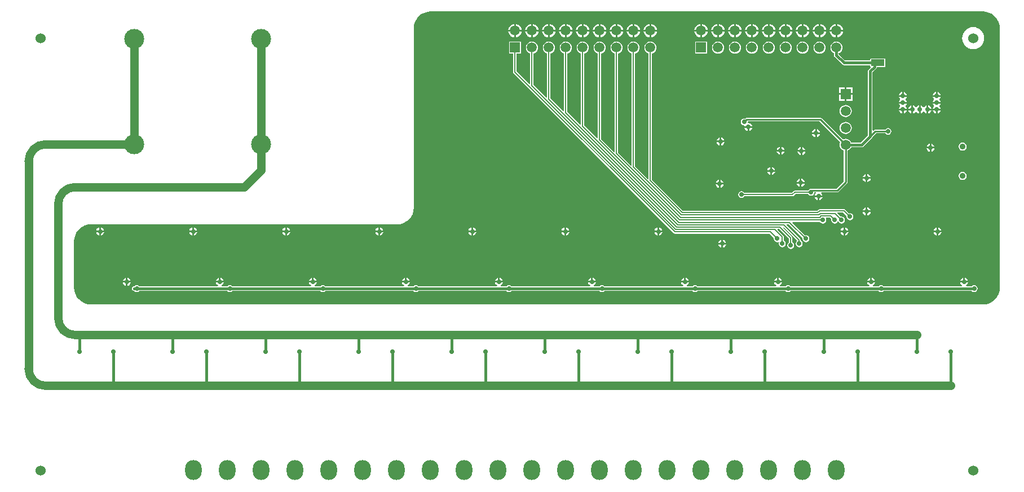
<source format=gbl>
G04 Layer_Physical_Order=2*
G04 Layer_Color=12500520*
%FSAX44Y44*%
%MOMM*%
G71*
G01*
G75*
%ADD28C,0.3810*%
%ADD29C,0.2032*%
%ADD30C,0.2540*%
%ADD31R,1.5000X1.5000*%
%ADD32C,1.5000*%
%ADD33C,1.5240*%
%ADD34R,1.5000X1.5000*%
%ADD35C,0.9000*%
%ADD36C,3.0000*%
%ADD37O,2.5000X3.0000*%
%ADD38C,0.7000*%
%ADD39C,1.2700*%
G36*
X01469579Y00739632D02*
X01474367Y00738180D01*
X01478780Y00735822D01*
X01482647Y00732647D01*
X01485822Y00728780D01*
X01488180Y00724367D01*
X01489633Y00719579D01*
X01490111Y00714722D01*
X01490000Y00714600D01*
X01490000D01*
Y00700000D01*
X01490123Y00325400D01*
X01489633Y00320421D01*
X01488180Y00315633D01*
X01485822Y00311220D01*
X01482647Y00307353D01*
X01478780Y00304179D01*
X01474367Y00301820D01*
X01469579Y00300368D01*
X01464722Y00299889D01*
X01464600Y00300000D01*
Y00300000D01*
X01460000D01*
X00125400Y00299877D01*
X00120421Y00300368D01*
X00115633Y00301820D01*
X00111220Y00304179D01*
X00107353Y00307353D01*
X00104178Y00311220D01*
X00101820Y00315633D01*
X00100367Y00320421D01*
X00099889Y00325278D01*
X00100000Y00325400D01*
X00100000D01*
Y00330000D01*
X00099877Y00394600D01*
X00099875Y00394620D01*
X00100373Y00399668D01*
X00101845Y00404522D01*
X00104236Y00408995D01*
X00107454Y00412916D01*
X00111375Y00416134D01*
X00115848Y00418525D01*
X00120702Y00419997D01*
X00125608Y00420480D01*
X00125730Y00420370D01*
Y00420370D01*
X00125730Y00420370D01*
X00588931Y00420304D01*
X00589579Y00420368D01*
X00594367Y00421820D01*
X00598780Y00424179D01*
X00602647Y00427353D01*
X00605821Y00431220D01*
X00608180Y00435633D01*
X00609632Y00440421D01*
X00610123Y00445400D01*
X00610000D01*
Y00560000D01*
X00609877Y00714600D01*
X00610368Y00719579D01*
X00611820Y00724367D01*
X00614179Y00728780D01*
X00617353Y00732647D01*
X00621220Y00735822D01*
X00625633Y00738180D01*
X00630421Y00739632D01*
X00635278Y00740111D01*
X00635400Y00740000D01*
Y00740000D01*
X00650000D01*
X01464600Y00740123D01*
X01469579Y00739632D01*
D02*
G37*
%LPC*%
G36*
X01189630Y00481690D02*
X01184994D01*
X01185210Y00480603D01*
X01186545Y00478606D01*
X01188543Y00477271D01*
X01189630Y00477054D01*
Y00481690D01*
D02*
G37*
G36*
X01196805D02*
X01192170D01*
Y00477054D01*
X01193257Y00477271D01*
X01195254Y00478606D01*
X01196589Y00480603D01*
X01196805Y00481690D01*
D02*
G37*
G36*
X01068070Y00487236D02*
X01066983Y00487020D01*
X01064985Y00485685D01*
X01063651Y00483687D01*
X01063434Y00482600D01*
X01068070D01*
Y00487236D01*
D02*
G37*
G36*
X01223716Y00461130D02*
X01219080D01*
Y00456494D01*
X01220167Y00456710D01*
X01222165Y00458045D01*
X01223500Y00460043D01*
X01223716Y00461130D01*
D02*
G37*
G36*
X01068070Y00480060D02*
X01063434D01*
X01063651Y00478973D01*
X01064985Y00476975D01*
X01066983Y00475640D01*
X01068070Y00475424D01*
Y00480060D01*
D02*
G37*
G36*
X01075246D02*
X01070610D01*
Y00475424D01*
X01071697Y00475640D01*
X01073695Y00476975D01*
X01075030Y00478973D01*
X01075246Y00480060D01*
D02*
G37*
G36*
X01070610Y00487236D02*
Y00482600D01*
X01075246D01*
X01075030Y00483687D01*
X01073695Y00485685D01*
X01071697Y00487020D01*
X01070610Y00487236D01*
D02*
G37*
G36*
X01192170Y00488866D02*
Y00484230D01*
X01196805D01*
X01196589Y00485317D01*
X01195254Y00487315D01*
X01193257Y00488650D01*
X01192170Y00488866D01*
D02*
G37*
G36*
X01434220Y00499252D02*
X01431869Y00498785D01*
X01429877Y00497453D01*
X01428545Y00495461D01*
X01428078Y00493110D01*
X01428545Y00490760D01*
X01429877Y00488767D01*
X01431869Y00487436D01*
X01434220Y00486968D01*
X01436570Y00487436D01*
X01438563Y00488767D01*
X01439894Y00490760D01*
X01440362Y00493110D01*
X01439894Y00495461D01*
X01438563Y00497453D01*
X01436570Y00498785D01*
X01434220Y00499252D01*
D02*
G37*
G36*
X00965200Y00694902D02*
X00962844Y00694592D01*
X00960649Y00693682D01*
X00958764Y00692236D01*
X00957318Y00690351D01*
X00956408Y00688156D01*
X00956098Y00685800D01*
X00956408Y00683444D01*
X00957318Y00681249D01*
X00958764Y00679364D01*
X00960649Y00677918D01*
X00962610Y00677105D01*
Y00488884D01*
X00961437Y00488398D01*
X00942390Y00507445D01*
Y00677105D01*
X00944351Y00677918D01*
X00946236Y00679364D01*
X00947682Y00681249D01*
X00948592Y00683444D01*
X00948902Y00685800D01*
X00948592Y00688156D01*
X00947682Y00690351D01*
X00946236Y00692236D01*
X00944351Y00693682D01*
X00942156Y00694592D01*
X00939800Y00694902D01*
X00937444Y00694592D01*
X00935249Y00693682D01*
X00933364Y00692236D01*
X00931918Y00690351D01*
X00931008Y00688156D01*
X00930698Y00685800D01*
X00931008Y00683444D01*
X00931918Y00681249D01*
X00933364Y00679364D01*
X00935249Y00677918D01*
X00937210Y00677105D01*
Y00509255D01*
X00936037Y00508769D01*
X00916990Y00527816D01*
Y00677105D01*
X00918951Y00677918D01*
X00920836Y00679364D01*
X00922282Y00681249D01*
X00923192Y00683444D01*
X00923502Y00685800D01*
X00923192Y00688156D01*
X00922282Y00690351D01*
X00920836Y00692236D01*
X00918951Y00693682D01*
X00916756Y00694592D01*
X00914400Y00694902D01*
X00912044Y00694592D01*
X00909849Y00693682D01*
X00907964Y00692236D01*
X00906518Y00690351D01*
X00905608Y00688156D01*
X00905298Y00685800D01*
X00905608Y00683444D01*
X00906518Y00681249D01*
X00907964Y00679364D01*
X00909849Y00677918D01*
X00911810Y00677105D01*
Y00529626D01*
X00910637Y00529140D01*
X00891590Y00548187D01*
Y00677105D01*
X00893551Y00677918D01*
X00895436Y00679364D01*
X00896882Y00681249D01*
X00897792Y00683444D01*
X00898102Y00685800D01*
X00897792Y00688156D01*
X00896882Y00690351D01*
X00895436Y00692236D01*
X00893551Y00693682D01*
X00891356Y00694592D01*
X00889000Y00694902D01*
X00886644Y00694592D01*
X00884449Y00693682D01*
X00882564Y00692236D01*
X00881118Y00690351D01*
X00880208Y00688156D01*
X00879898Y00685800D01*
X00880208Y00683444D01*
X00881118Y00681249D01*
X00882564Y00679364D01*
X00884449Y00677918D01*
X00886410Y00677105D01*
Y00549997D01*
X00885237Y00549511D01*
X00866190Y00568558D01*
Y00677105D01*
X00868151Y00677918D01*
X00870036Y00679364D01*
X00871482Y00681249D01*
X00872392Y00683444D01*
X00872702Y00685800D01*
X00872392Y00688156D01*
X00871482Y00690351D01*
X00870036Y00692236D01*
X00868151Y00693682D01*
X00865956Y00694592D01*
X00863600Y00694902D01*
X00861244Y00694592D01*
X00859049Y00693682D01*
X00857164Y00692236D01*
X00855718Y00690351D01*
X00854808Y00688156D01*
X00854498Y00685800D01*
X00854808Y00683444D01*
X00855718Y00681249D01*
X00857164Y00679364D01*
X00859049Y00677918D01*
X00861010Y00677105D01*
Y00570368D01*
X00859837Y00569882D01*
X00840790Y00588929D01*
Y00677105D01*
X00842751Y00677918D01*
X00844636Y00679364D01*
X00846082Y00681249D01*
X00846992Y00683444D01*
X00847302Y00685800D01*
X00846992Y00688156D01*
X00846082Y00690351D01*
X00844636Y00692236D01*
X00842751Y00693682D01*
X00840556Y00694592D01*
X00838200Y00694902D01*
X00835844Y00694592D01*
X00833649Y00693682D01*
X00831764Y00692236D01*
X00830318Y00690351D01*
X00829408Y00688156D01*
X00829098Y00685800D01*
X00829408Y00683444D01*
X00830318Y00681249D01*
X00831764Y00679364D01*
X00833649Y00677918D01*
X00835610Y00677105D01*
Y00590739D01*
X00834437Y00590253D01*
X00815390Y00609301D01*
Y00677105D01*
X00817351Y00677918D01*
X00819236Y00679364D01*
X00820682Y00681249D01*
X00821592Y00683444D01*
X00821902Y00685800D01*
X00821592Y00688156D01*
X00820682Y00690351D01*
X00819236Y00692236D01*
X00817351Y00693682D01*
X00815156Y00694592D01*
X00812800Y00694902D01*
X00810444Y00694592D01*
X00808249Y00693682D01*
X00806364Y00692236D01*
X00804918Y00690351D01*
X00804008Y00688156D01*
X00803698Y00685800D01*
X00804008Y00683444D01*
X00804918Y00681249D01*
X00806364Y00679364D01*
X00808249Y00677918D01*
X00810210Y00677105D01*
Y00611110D01*
X00809037Y00610625D01*
X00789990Y00629672D01*
Y00677105D01*
X00791951Y00677918D01*
X00793836Y00679364D01*
X00795282Y00681249D01*
X00796192Y00683444D01*
X00796502Y00685800D01*
X00796192Y00688156D01*
X00795282Y00690351D01*
X00793836Y00692236D01*
X00791951Y00693682D01*
X00789756Y00694592D01*
X00787400Y00694902D01*
X00785044Y00694592D01*
X00782849Y00693682D01*
X00780964Y00692236D01*
X00779518Y00690351D01*
X00778608Y00688156D01*
X00778298Y00685800D01*
X00778608Y00683444D01*
X00779518Y00681249D01*
X00780964Y00679364D01*
X00782849Y00677918D01*
X00784810Y00677105D01*
Y00631482D01*
X00783637Y00630996D01*
X00764590Y00650043D01*
Y00676776D01*
X00771024D01*
Y00694824D01*
X00752976D01*
Y00676776D01*
X00759410D01*
Y00648970D01*
X00759607Y00647979D01*
X00760169Y00647139D01*
X01000199Y00407109D01*
X01001039Y00406547D01*
X01002030Y00406350D01*
X01144467D01*
X01150820Y00399998D01*
X01150578Y00398780D01*
X01150967Y00396820D01*
X01152078Y00395158D01*
X01153740Y00394048D01*
X01155700Y00393658D01*
X01157660Y00394048D01*
X01157695Y00394071D01*
X01158611Y00393155D01*
X01158587Y00393120D01*
X01158198Y00391160D01*
X01158587Y00389200D01*
X01159698Y00387538D01*
X01161360Y00386427D01*
X01163320Y00386038D01*
X01165280Y00386427D01*
X01166942Y00387538D01*
X01168053Y00389200D01*
X01168442Y00391160D01*
X01168053Y00393120D01*
X01166942Y00394782D01*
X01165910Y00395472D01*
Y00401320D01*
X01165713Y00402311D01*
X01165151Y00403151D01*
X01156014Y00412289D01*
X01156500Y00413462D01*
X01158843D01*
X01173430Y00398875D01*
Y00392932D01*
X01172398Y00392242D01*
X01171288Y00390580D01*
X01170898Y00388620D01*
X01171288Y00386660D01*
X01172398Y00384998D01*
X01174060Y00383887D01*
X01176020Y00383498D01*
X01177980Y00383887D01*
X01179642Y00384998D01*
X01180752Y00386660D01*
X01181142Y00388620D01*
X01180752Y00390580D01*
X01179642Y00392242D01*
X01178610Y00392932D01*
Y00399948D01*
X01178413Y00400939D01*
X01177851Y00401779D01*
X01164660Y00414970D01*
X01165078Y00416348D01*
X01165395Y00416411D01*
X01185337Y00396469D01*
X01185175Y00394834D01*
X01185098Y00394782D01*
X01183988Y00393120D01*
X01183598Y00391160D01*
X01183988Y00389200D01*
X01185098Y00387538D01*
X01186760Y00386427D01*
X01188720Y00386038D01*
X01190680Y00386427D01*
X01192342Y00387538D01*
X01193453Y00389200D01*
X01193842Y00391160D01*
X01193453Y00393120D01*
X01192342Y00394782D01*
X01191310Y00395472D01*
Y00396748D01*
X01191113Y00397739D01*
X01190551Y00398579D01*
X01169730Y00419401D01*
X01170216Y00420574D01*
X01173423D01*
X01194000Y00399998D01*
X01193758Y00398780D01*
X01194147Y00396820D01*
X01195258Y00395158D01*
X01196920Y00394048D01*
X01198880Y00393658D01*
X01200840Y00394048D01*
X01202502Y00395158D01*
X01203613Y00396820D01*
X01204002Y00398780D01*
X01203613Y00400740D01*
X01202502Y00402402D01*
X01200840Y00403512D01*
X01198880Y00403902D01*
X01197662Y00403660D01*
X01178366Y00422957D01*
X01178852Y00424130D01*
X01219968D01*
X01220658Y00423098D01*
X01222320Y00421987D01*
X01224280Y00421598D01*
X01226240Y00421987D01*
X01227902Y00423098D01*
X01229013Y00424760D01*
X01229402Y00426720D01*
X01229013Y00428680D01*
X01228765Y00429050D01*
X01229364Y00430170D01*
X01234947D01*
X01237180Y00427938D01*
X01236938Y00426720D01*
X01237327Y00424760D01*
X01238438Y00423098D01*
X01240100Y00421987D01*
X01242060Y00421598D01*
X01244020Y00421987D01*
X01245682Y00423098D01*
X01246406Y00424182D01*
X01247874D01*
X01248598Y00423098D01*
X01250260Y00421987D01*
X01252220Y00421598D01*
X01254180Y00421987D01*
X01255842Y00423098D01*
X01256953Y00424760D01*
X01257342Y00426720D01*
X01256953Y00428680D01*
X01255842Y00430342D01*
X01254180Y00431452D01*
X01252220Y00431842D01*
X01251002Y00431600D01*
X01245676Y00436927D01*
X01246162Y00438100D01*
X01254957D01*
X01260040Y00433018D01*
X01259798Y00431800D01*
X01260188Y00429840D01*
X01261298Y00428178D01*
X01262960Y00427067D01*
X01264920Y00426678D01*
X01266880Y00427067D01*
X01268542Y00428178D01*
X01269652Y00429840D01*
X01270042Y00431800D01*
X01269652Y00433760D01*
X01268542Y00435422D01*
X01266880Y00436533D01*
X01264920Y00436922D01*
X01263702Y00436680D01*
X01257861Y00442521D01*
X01257021Y00443083D01*
X01256030Y00443280D01*
X01219650D01*
X01218659Y00443083D01*
X01217819Y00442521D01*
X01215783Y00440486D01*
X01014378D01*
X00967790Y00487074D01*
Y00677105D01*
X00969751Y00677918D01*
X00971636Y00679364D01*
X00973082Y00681249D01*
X00973992Y00683444D01*
X00974302Y00685800D01*
X00973992Y00688156D01*
X00973082Y00690351D01*
X00971636Y00692236D01*
X00969751Y00693682D01*
X00967556Y00694592D01*
X00965200Y00694902D01*
D02*
G37*
G36*
X01288730Y00488730D02*
X01284094D01*
X01284310Y00487643D01*
X01285645Y00485645D01*
X01287643Y00484310D01*
X01288730Y00484094D01*
Y00488730D01*
D02*
G37*
G36*
X01295906D02*
X01291270D01*
Y00484094D01*
X01292357Y00484310D01*
X01294355Y00485645D01*
X01295690Y00487643D01*
X01295906Y00488730D01*
D02*
G37*
G36*
X01189630Y00488866D02*
X01188543Y00488650D01*
X01186545Y00487315D01*
X01185210Y00485317D01*
X01184994Y00484230D01*
X01189630D01*
Y00488866D01*
D02*
G37*
G36*
X01216540Y00461130D02*
X01211904D01*
X01212121Y00460043D01*
X01213455Y00458045D01*
X01215453Y00456710D01*
X01216540Y00456494D01*
Y00461130D01*
D02*
G37*
G36*
X00836320Y00415626D02*
X00835233Y00415410D01*
X00833235Y00414075D01*
X00831900Y00412077D01*
X00831684Y00410990D01*
X00836320D01*
Y00415626D01*
D02*
G37*
G36*
X00838860D02*
Y00410990D01*
X00843496D01*
X00843280Y00412077D01*
X00841945Y00414075D01*
X00839947Y00415410D01*
X00838860Y00415626D01*
D02*
G37*
G36*
X00976020D02*
X00974933Y00415410D01*
X00972935Y00414075D01*
X00971600Y00412077D01*
X00971384Y00410990D01*
X00976020D01*
Y00415626D01*
D02*
G37*
G36*
X00559460D02*
Y00410990D01*
X00564096D01*
X00563880Y00412077D01*
X00562545Y00414075D01*
X00560547Y00415410D01*
X00559460Y00415626D01*
D02*
G37*
G36*
X00696620D02*
X00695533Y00415410D01*
X00693535Y00414075D01*
X00692200Y00412077D01*
X00691984Y00410990D01*
X00696620D01*
Y00415626D01*
D02*
G37*
G36*
X00699160D02*
Y00410990D01*
X00703796D01*
X00703580Y00412077D01*
X00702245Y00414075D01*
X00700247Y00415410D01*
X00699160Y00415626D01*
D02*
G37*
G36*
X00978560D02*
Y00410990D01*
X00983196D01*
X00982980Y00412077D01*
X00981645Y00414075D01*
X00979647Y00415410D01*
X00978560Y00415626D01*
D02*
G37*
G36*
X01295906Y00438730D02*
X01291270D01*
Y00434094D01*
X01292357Y00434310D01*
X01294355Y00435645D01*
X01295690Y00437643D01*
X01295906Y00438730D01*
D02*
G37*
G36*
X01288730Y00445906D02*
X01287643Y00445690D01*
X01285645Y00444355D01*
X01284310Y00442357D01*
X01284094Y00441270D01*
X01288730D01*
Y00445906D01*
D02*
G37*
G36*
X01291270D02*
Y00441270D01*
X01295906D01*
X01295690Y00442357D01*
X01294355Y00444355D01*
X01292357Y00445690D01*
X01291270Y00445906D01*
D02*
G37*
G36*
X01255420Y00415626D02*
X01254333Y00415410D01*
X01252335Y00414075D01*
X01251001Y00412077D01*
X01250784Y00410990D01*
X01255420D01*
Y00415626D01*
D02*
G37*
G36*
X01257960D02*
Y00410990D01*
X01262596D01*
X01262380Y00412077D01*
X01261045Y00414075D01*
X01259047Y00415410D01*
X01257960Y00415626D01*
D02*
G37*
G36*
X01288730Y00438730D02*
X01284094D01*
X01284310Y00437643D01*
X01285645Y00435645D01*
X01287643Y00434310D01*
X01288730Y00434094D01*
Y00438730D01*
D02*
G37*
G36*
X01384730Y00541416D02*
X01383643Y00541200D01*
X01381645Y00539865D01*
X01380310Y00537867D01*
X01380094Y00536780D01*
X01384730D01*
Y00541416D01*
D02*
G37*
G36*
X01387270D02*
Y00536780D01*
X01391906D01*
X01391689Y00537867D01*
X01390355Y00539865D01*
X01388357Y00541200D01*
X01387270Y00541416D01*
D02*
G37*
G36*
X01069340Y00543560D02*
X01064704D01*
X01064921Y00542473D01*
X01066255Y00540475D01*
X01068253Y00539141D01*
X01069340Y00538924D01*
Y00543560D01*
D02*
G37*
G36*
X01193440Y00536405D02*
Y00531770D01*
X01198075D01*
X01197859Y00532856D01*
X01196524Y00534854D01*
X01194527Y00536189D01*
X01193440Y00536405D01*
D02*
G37*
G36*
X01159630Y00536886D02*
X01158543Y00536669D01*
X01156545Y00535335D01*
X01155210Y00533337D01*
X01154994Y00532250D01*
X01159630D01*
Y00536886D01*
D02*
G37*
G36*
X01162170D02*
Y00532250D01*
X01166806D01*
X01166589Y00533337D01*
X01165255Y00535335D01*
X01163257Y00536669D01*
X01162170Y00536886D01*
D02*
G37*
G36*
X01076516Y00543560D02*
X01071880D01*
Y00538924D01*
X01072967Y00539141D01*
X01074965Y00540475D01*
X01076300Y00542473D01*
X01076516Y00543560D01*
D02*
G37*
G36*
X01212730Y00556140D02*
X01208094D01*
X01208310Y00555053D01*
X01209645Y00553055D01*
X01211643Y00551721D01*
X01212730Y00551504D01*
Y00556140D01*
D02*
G37*
G36*
X01219906D02*
X01215270D01*
Y00551504D01*
X01216357Y00551721D01*
X01218355Y00553055D01*
X01219690Y00555053D01*
X01219906Y00556140D01*
D02*
G37*
G36*
X01258570Y00574252D02*
X01256214Y00573942D01*
X01254019Y00573032D01*
X01252134Y00571586D01*
X01250688Y00569701D01*
X01249778Y00567506D01*
X01249468Y00565150D01*
X01249778Y00562794D01*
X01250688Y00560599D01*
X01252134Y00558714D01*
X01254019Y00557268D01*
X01256214Y00556358D01*
X01258570Y00556048D01*
X01260926Y00556358D01*
X01263121Y00557268D01*
X01265006Y00558714D01*
X01266452Y00560599D01*
X01267362Y00562794D01*
X01267672Y00565150D01*
X01267362Y00567506D01*
X01266452Y00569701D01*
X01265006Y00571586D01*
X01263121Y00573032D01*
X01260926Y00573942D01*
X01258570Y00574252D01*
D02*
G37*
G36*
X01244600Y00694902D02*
X01242244Y00694592D01*
X01240049Y00693682D01*
X01238164Y00692236D01*
X01236718Y00690351D01*
X01235808Y00688156D01*
X01235498Y00685800D01*
X01235808Y00683444D01*
X01236718Y00681249D01*
X01238164Y00679364D01*
X01240049Y00677918D01*
X01241104Y00677481D01*
Y00674370D01*
X01241370Y00673032D01*
X01242128Y00671898D01*
X01253558Y00660468D01*
X01254692Y00659710D01*
X01256030Y00659444D01*
X01295338D01*
Y00657860D01*
X01295821Y00656694D01*
X01296002Y00655786D01*
X01292928Y00652712D01*
X01292170Y00651578D01*
X01291904Y00650240D01*
Y00553898D01*
X01281252Y00543246D01*
X01266889D01*
X01266452Y00544301D01*
X01265006Y00546186D01*
X01263121Y00547632D01*
X01260926Y00548542D01*
X01258570Y00548852D01*
X01256214Y00548542D01*
X01254512Y00547837D01*
X01222484Y00579864D01*
X01221560Y00580482D01*
X01220470Y00580699D01*
X01220470Y00580699D01*
X01109980D01*
X01109980Y00580699D01*
X01108890Y00580482D01*
X01107966Y00579864D01*
X01107082Y00578981D01*
X01106170Y00579162D01*
X01104210Y00578773D01*
X01102548Y00577662D01*
X01101438Y00576000D01*
X01101048Y00574040D01*
X01101438Y00572080D01*
X01102548Y00570418D01*
X01104210Y00569308D01*
X01105590Y00569033D01*
X01106536Y00567934D01*
X01106619Y00567712D01*
X01106614Y00567690D01*
X01118426D01*
X01118210Y00568777D01*
X01116875Y00570775D01*
X01114877Y00572109D01*
X01112520Y00572578D01*
X01111678Y00573643D01*
X01111729Y00574420D01*
X01112396Y00575001D01*
X01219290D01*
X01250483Y00543808D01*
X01249778Y00542106D01*
X01249468Y00539750D01*
X01249778Y00537394D01*
X01250688Y00535199D01*
X01252134Y00533314D01*
X01254019Y00531868D01*
X01255721Y00531162D01*
Y00485050D01*
X01244690Y00474019D01*
X01209040D01*
X01207950Y00473802D01*
X01207560Y00473541D01*
X01206500Y00473752D01*
X01204540Y00473363D01*
X01202878Y00472252D01*
X01202188Y00471220D01*
X01182370D01*
X01181379Y00471023D01*
X01180539Y00470461D01*
X01177607Y00467530D01*
X01106552D01*
X01105862Y00468562D01*
X01104200Y00469673D01*
X01102240Y00470062D01*
X01100280Y00469673D01*
X01098618Y00468562D01*
X01097507Y00466900D01*
X01097118Y00464940D01*
X01097507Y00462980D01*
X01098618Y00461318D01*
X01100280Y00460207D01*
X01102240Y00459818D01*
X01104200Y00460207D01*
X01105862Y00461318D01*
X01106552Y00462350D01*
X01178680D01*
X01179671Y00462547D01*
X01180511Y00463109D01*
X01183443Y00466040D01*
X01202188D01*
X01202878Y00465008D01*
X01204540Y00463898D01*
X01206500Y00463508D01*
X01208460Y00463898D01*
X01210122Y00465008D01*
X01211233Y00466670D01*
X01211561Y00468321D01*
X01213514D01*
X01213899Y00467051D01*
X01213455Y00466755D01*
X01212121Y00464757D01*
X01211904Y00463670D01*
X01223716D01*
X01223500Y00464757D01*
X01222165Y00466755D01*
X01221721Y00467051D01*
X01222106Y00468321D01*
X01245870D01*
X01245870Y00468321D01*
X01246960Y00468538D01*
X01247884Y00469156D01*
X01260584Y00481856D01*
X01260584Y00481856D01*
X01261202Y00482780D01*
X01261419Y00483870D01*
X01261419Y00483870D01*
Y00531162D01*
X01263121Y00531868D01*
X01265006Y00533314D01*
X01266452Y00535199D01*
X01266889Y00536254D01*
X01282700D01*
X01284038Y00536520D01*
X01285172Y00537278D01*
X01297872Y00549978D01*
X01298630Y00551112D01*
X01298764Y00551785D01*
X01304080Y00557101D01*
X01318051D01*
X01318568Y00556328D01*
X01320230Y00555218D01*
X01322190Y00554828D01*
X01324150Y00555218D01*
X01325812Y00556328D01*
X01326922Y00557990D01*
X01327312Y00559950D01*
X01326922Y00561910D01*
X01325812Y00563572D01*
X01324150Y00564683D01*
X01322190Y00565072D01*
X01320230Y00564683D01*
X01318568Y00563572D01*
X01318051Y00562799D01*
X01302900D01*
X01301810Y00562582D01*
X01300886Y00561964D01*
X01300886Y00561964D01*
X01300069Y00561148D01*
X01298896Y00561634D01*
Y00648792D01*
X01304222Y00654118D01*
X01304222Y00654118D01*
X01304677Y00654798D01*
X01304980Y00655252D01*
X01305171Y00656210D01*
X01316673D01*
X01317839Y00656694D01*
X01318322Y00657860D01*
Y00668020D01*
X01317839Y00669186D01*
X01316673Y00669670D01*
X01296987D01*
X01295821Y00669186D01*
X01295338Y00668020D01*
Y00666436D01*
X01257478D01*
X01248096Y00675818D01*
Y00677481D01*
X01249151Y00677918D01*
X01251036Y00679364D01*
X01252482Y00681249D01*
X01253392Y00683444D01*
X01253702Y00685800D01*
X01253392Y00688156D01*
X01252482Y00690351D01*
X01251036Y00692236D01*
X01249151Y00693682D01*
X01246956Y00694592D01*
X01244600Y00694902D01*
D02*
G37*
G36*
X01069340Y00550736D02*
X01068253Y00550519D01*
X01066255Y00549185D01*
X01064921Y00547187D01*
X01064704Y00546100D01*
X01069340D01*
Y00550736D01*
D02*
G37*
G36*
X01071880D02*
Y00546100D01*
X01076516D01*
X01076300Y00547187D01*
X01074965Y00549185D01*
X01072967Y00550519D01*
X01071880Y00550736D01*
D02*
G37*
G36*
X01190900Y00536405D02*
X01189813Y00536189D01*
X01187815Y00534854D01*
X01186480Y00532856D01*
X01186264Y00531770D01*
X01190900D01*
Y00536405D01*
D02*
G37*
G36*
X01152596Y00499230D02*
X01147960D01*
Y00494594D01*
X01149047Y00494810D01*
X01151045Y00496145D01*
X01152380Y00498143D01*
X01152596Y00499230D01*
D02*
G37*
G36*
X01145420Y00506406D02*
X01144333Y00506189D01*
X01142336Y00504855D01*
X01141001Y00502857D01*
X01140784Y00501770D01*
X01145420D01*
Y00506406D01*
D02*
G37*
G36*
X01147960D02*
Y00501770D01*
X01152596D01*
X01152380Y00502857D01*
X01151045Y00504855D01*
X01149047Y00506189D01*
X01147960Y00506406D01*
D02*
G37*
G36*
X01288730Y00495906D02*
X01287643Y00495690D01*
X01285645Y00494355D01*
X01284310Y00492357D01*
X01284094Y00491270D01*
X01288730D01*
Y00495906D01*
D02*
G37*
G36*
X01291270D02*
Y00491270D01*
X01295906D01*
X01295690Y00492357D01*
X01294355Y00494355D01*
X01292357Y00495690D01*
X01291270Y00495906D01*
D02*
G37*
G36*
X01145420Y00499230D02*
X01140784D01*
X01141001Y00498143D01*
X01142336Y00496145D01*
X01144333Y00494810D01*
X01145420Y00494594D01*
Y00499230D01*
D02*
G37*
G36*
X01190900Y00529230D02*
X01186264D01*
X01186480Y00528143D01*
X01187815Y00526145D01*
X01189813Y00524810D01*
X01190900Y00524594D01*
Y00529230D01*
D02*
G37*
G36*
X01384730Y00534240D02*
X01380094D01*
X01380310Y00533153D01*
X01381645Y00531155D01*
X01383643Y00529821D01*
X01384730Y00529604D01*
Y00534240D01*
D02*
G37*
G36*
X01391906D02*
X01387270D01*
Y00529604D01*
X01388357Y00529821D01*
X01390355Y00531155D01*
X01391689Y00533153D01*
X01391906Y00534240D01*
D02*
G37*
G36*
X01434220Y00543252D02*
X01431869Y00542785D01*
X01429877Y00541453D01*
X01428545Y00539460D01*
X01428078Y00537110D01*
X01428545Y00534760D01*
X01429877Y00532767D01*
X01431869Y00531436D01*
X01434220Y00530968D01*
X01436570Y00531436D01*
X01438563Y00532767D01*
X01439894Y00534760D01*
X01440362Y00537110D01*
X01439894Y00539460D01*
X01438563Y00541453D01*
X01436570Y00542785D01*
X01434220Y00543252D01*
D02*
G37*
G36*
X01198075Y00529230D02*
X01193440D01*
Y00524594D01*
X01194527Y00524810D01*
X01196524Y00526145D01*
X01197859Y00528143D01*
X01198075Y00529230D01*
D02*
G37*
G36*
X01159630Y00529710D02*
X01154994D01*
X01155210Y00528623D01*
X01156545Y00526625D01*
X01158543Y00525290D01*
X01159630Y00525074D01*
Y00529710D01*
D02*
G37*
G36*
X01166806D02*
X01162170D01*
Y00525074D01*
X01163257Y00525290D01*
X01165255Y00526625D01*
X01166589Y00528623D01*
X01166806Y00529710D01*
D02*
G37*
G36*
X01016000Y00340036D02*
X01014913Y00339819D01*
X01012915Y00338485D01*
X01011581Y00336487D01*
X01011364Y00335400D01*
X01016000D01*
Y00340036D01*
D02*
G37*
G36*
X01018540D02*
Y00335400D01*
X01023176D01*
X01022960Y00336487D01*
X01021625Y00338485D01*
X01019627Y00339819D01*
X01018540Y00340036D01*
D02*
G37*
G36*
X01155700D02*
X01154613Y00339819D01*
X01152615Y00338485D01*
X01151281Y00336487D01*
X01151064Y00335400D01*
X01155700D01*
Y00340036D01*
D02*
G37*
G36*
X00739140D02*
Y00335400D01*
X00743776D01*
X00743559Y00336487D01*
X00742225Y00338485D01*
X00740227Y00339819D01*
X00739140Y00340036D01*
D02*
G37*
G36*
X00876300D02*
X00875213Y00339819D01*
X00873215Y00338485D01*
X00871880Y00336487D01*
X00871664Y00335400D01*
X00876300D01*
Y00340036D01*
D02*
G37*
G36*
X00878840D02*
Y00335400D01*
X00883476D01*
X00883260Y00336487D01*
X00881925Y00338485D01*
X00879927Y00339819D01*
X00878840Y00340036D01*
D02*
G37*
G36*
X01158240D02*
Y00335400D01*
X01162876D01*
X01162660Y00336487D01*
X01161325Y00338485D01*
X01159327Y00339819D01*
X01158240Y00340036D01*
D02*
G37*
G36*
X01079056Y00389890D02*
X01074420D01*
Y00385254D01*
X01075507Y00385471D01*
X01077505Y00386805D01*
X01078839Y00388803D01*
X01079056Y00389890D01*
D02*
G37*
G36*
X01071880Y00397066D02*
X01070793Y00396850D01*
X01068795Y00395515D01*
X01067460Y00393517D01*
X01067244Y00392430D01*
X01071880D01*
Y00397066D01*
D02*
G37*
G36*
X01074420D02*
Y00392430D01*
X01079056D01*
X01078839Y00393517D01*
X01077505Y00395515D01*
X01075507Y00396850D01*
X01074420Y00397066D01*
D02*
G37*
G36*
X01295400Y00340036D02*
X01294313Y00339819D01*
X01292315Y00338485D01*
X01290981Y00336487D01*
X01290764Y00335400D01*
X01295400D01*
Y00340036D01*
D02*
G37*
G36*
X01297940D02*
Y00335400D01*
X01302576D01*
X01302359Y00336487D01*
X01301025Y00338485D01*
X01299027Y00339819D01*
X01297940Y00340036D01*
D02*
G37*
G36*
X01071880Y00389890D02*
X01067244D01*
X01067460Y00388803D01*
X01068795Y00386805D01*
X01070793Y00385471D01*
X01071880Y00385254D01*
Y00389890D01*
D02*
G37*
G36*
X00736600Y00340036D02*
X00735513Y00339819D01*
X00733515Y00338485D01*
X00732180Y00336487D01*
X00731964Y00335400D01*
X00736600D01*
Y00340036D01*
D02*
G37*
G36*
X01435100Y00339916D02*
X01434013Y00339700D01*
X01432015Y00338365D01*
X01430681Y00336367D01*
X01430464Y00335280D01*
X01435100D01*
Y00339916D01*
D02*
G37*
G36*
X01437640D02*
Y00335280D01*
X01442276D01*
X01442059Y00336367D01*
X01440725Y00338365D01*
X01438727Y00339700D01*
X01437640Y00339916D01*
D02*
G37*
G36*
X00177800Y00340036D02*
X00176713Y00339819D01*
X00174715Y00338485D01*
X00173381Y00336487D01*
X00173164Y00335400D01*
X00177800D01*
Y00340036D01*
D02*
G37*
G36*
X01302576Y00332860D02*
X01290764D01*
X01290981Y00331773D01*
X01292315Y00329775D01*
X01294050Y00328616D01*
X01293800Y00327346D01*
X01175916D01*
X01175832Y00327472D01*
X01174170Y00328582D01*
X01172210Y00328972D01*
X01170250Y00328582D01*
X01168588Y00327472D01*
X01168504Y00327346D01*
X01159840D01*
X01159590Y00328616D01*
X01161325Y00329775D01*
X01162660Y00331773D01*
X01162876Y00332860D01*
X01151064D01*
X01151281Y00331773D01*
X01152615Y00329775D01*
X01154350Y00328616D01*
X01154100Y00327346D01*
X01036216D01*
X01036132Y00327472D01*
X01034470Y00328582D01*
X01032510Y00328972D01*
X01030550Y00328582D01*
X01028888Y00327472D01*
X01028804Y00327346D01*
X01020140D01*
X01019890Y00328616D01*
X01021625Y00329775D01*
X01022960Y00331773D01*
X01023176Y00332860D01*
X01011364D01*
X01011581Y00331773D01*
X01012915Y00329775D01*
X01014650Y00328616D01*
X01014400Y00327346D01*
X00896516D01*
X00896432Y00327472D01*
X00894770Y00328582D01*
X00892810Y00328972D01*
X00890850Y00328582D01*
X00889188Y00327472D01*
X00889104Y00327346D01*
X00880440D01*
X00880190Y00328616D01*
X00881925Y00329775D01*
X00883260Y00331773D01*
X00883476Y00332860D01*
X00871664D01*
X00871880Y00331773D01*
X00873215Y00329775D01*
X00874950Y00328616D01*
X00874700Y00327346D01*
X00756816D01*
X00756732Y00327472D01*
X00755070Y00328582D01*
X00753110Y00328972D01*
X00751150Y00328582D01*
X00749488Y00327472D01*
X00749404Y00327346D01*
X00740740D01*
X00740490Y00328616D01*
X00742225Y00329775D01*
X00743559Y00331773D01*
X00743776Y00332860D01*
X00731964D01*
X00732180Y00331773D01*
X00733515Y00329775D01*
X00735250Y00328616D01*
X00735000Y00327346D01*
X00617116D01*
X00617032Y00327472D01*
X00615370Y00328582D01*
X00613410Y00328972D01*
X00611450Y00328582D01*
X00609788Y00327472D01*
X00609704Y00327346D01*
X00601040D01*
X00600790Y00328616D01*
X00602525Y00329775D01*
X00603859Y00331773D01*
X00604076Y00332860D01*
X00592264D01*
X00592481Y00331773D01*
X00593815Y00329775D01*
X00595550Y00328616D01*
X00595300Y00327346D01*
X00477416D01*
X00477332Y00327472D01*
X00475670Y00328582D01*
X00473710Y00328972D01*
X00471750Y00328582D01*
X00470088Y00327472D01*
X00470004Y00327346D01*
X00461340D01*
X00461090Y00328616D01*
X00462825Y00329775D01*
X00464160Y00331773D01*
X00464376Y00332860D01*
X00452564D01*
X00452780Y00331773D01*
X00454115Y00329775D01*
X00455850Y00328616D01*
X00455600Y00327346D01*
X00337716D01*
X00337632Y00327472D01*
X00335970Y00328582D01*
X00334010Y00328972D01*
X00332050Y00328582D01*
X00330388Y00327472D01*
X00330304Y00327346D01*
X00321640D01*
X00321390Y00328616D01*
X00323125Y00329775D01*
X00324459Y00331773D01*
X00324676Y00332860D01*
X00312864D01*
X00313081Y00331773D01*
X00314415Y00329775D01*
X00316150Y00328616D01*
X00315900Y00327346D01*
X00198016D01*
X00197932Y00327472D01*
X00196270Y00328582D01*
X00194310Y00328972D01*
X00192350Y00328582D01*
X00190688Y00327472D01*
X00190604Y00327346D01*
X00190500D01*
X00189162Y00327080D01*
X00188028Y00326322D01*
X00187270Y00325188D01*
X00187004Y00323850D01*
X00187270Y00322512D01*
X00188028Y00321378D01*
X00189162Y00320620D01*
X00190500Y00320354D01*
X00190604D01*
X00190688Y00320228D01*
X00192350Y00319118D01*
X00194310Y00318728D01*
X00196270Y00319118D01*
X00197932Y00320228D01*
X00198016Y00320354D01*
X00330304D01*
X00330388Y00320228D01*
X00332050Y00319118D01*
X00334010Y00318728D01*
X00335970Y00319118D01*
X00337632Y00320228D01*
X00337716Y00320354D01*
X00470004D01*
X00470088Y00320228D01*
X00471750Y00319118D01*
X00473710Y00318728D01*
X00475670Y00319118D01*
X00477332Y00320228D01*
X00477416Y00320354D01*
X00609704D01*
X00609788Y00320228D01*
X00611450Y00319118D01*
X00613410Y00318728D01*
X00615370Y00319118D01*
X00617032Y00320228D01*
X00617116Y00320354D01*
X00749404D01*
X00749488Y00320228D01*
X00751150Y00319118D01*
X00753110Y00318728D01*
X00755070Y00319118D01*
X00756732Y00320228D01*
X00756816Y00320354D01*
X00889104D01*
X00889188Y00320228D01*
X00890850Y00319118D01*
X00892810Y00318728D01*
X00894770Y00319118D01*
X00896432Y00320228D01*
X00896516Y00320354D01*
X01028804D01*
X01028888Y00320228D01*
X01030550Y00319118D01*
X01032510Y00318728D01*
X01034470Y00319118D01*
X01036132Y00320228D01*
X01036216Y00320354D01*
X01168504D01*
X01168588Y00320228D01*
X01170250Y00319118D01*
X01172210Y00318728D01*
X01174170Y00319118D01*
X01175832Y00320228D01*
X01175916Y00320354D01*
X01308204D01*
X01308288Y00320228D01*
X01309950Y00319118D01*
X01311910Y00318728D01*
X01313870Y00319118D01*
X01315532Y00320228D01*
X01315616Y00320354D01*
X01447904D01*
X01447988Y00320228D01*
X01449650Y00319118D01*
X01451610Y00318728D01*
X01453570Y00319118D01*
X01455232Y00320228D01*
X01456342Y00321890D01*
X01456732Y00323850D01*
X01456342Y00325810D01*
X01455232Y00327472D01*
X01453570Y00328582D01*
X01451610Y00328972D01*
X01449650Y00328582D01*
X01447988Y00327472D01*
X01447904Y00327346D01*
X01439555D01*
X01439169Y00328616D01*
X01440725Y00329655D01*
X01442059Y00331653D01*
X01442276Y00332740D01*
X01430464D01*
X01430681Y00331653D01*
X01432015Y00329655D01*
X01433571Y00328616D01*
X01433185Y00327346D01*
X01315616D01*
X01315532Y00327472D01*
X01313870Y00328582D01*
X01311910Y00328972D01*
X01309950Y00328582D01*
X01308288Y00327472D01*
X01308204Y00327346D01*
X01299540D01*
X01299290Y00328616D01*
X01301025Y00329775D01*
X01302359Y00331773D01*
X01302576Y00332860D01*
D02*
G37*
G36*
X00177800D02*
X00173164D01*
X00173381Y00331773D01*
X00174715Y00329775D01*
X00176713Y00328440D01*
X00177800Y00328224D01*
Y00332860D01*
D02*
G37*
G36*
X00184976D02*
X00180340D01*
Y00328224D01*
X00181427Y00328440D01*
X00183425Y00329775D01*
X00184760Y00331773D01*
X00184976Y00332860D01*
D02*
G37*
G36*
X00180340Y00340036D02*
Y00335400D01*
X00184976D01*
X00184760Y00336487D01*
X00183425Y00338485D01*
X00181427Y00339819D01*
X00180340Y00340036D01*
D02*
G37*
G36*
X00459740D02*
Y00335400D01*
X00464376D01*
X00464160Y00336487D01*
X00462825Y00338485D01*
X00460827Y00339819D01*
X00459740Y00340036D01*
D02*
G37*
G36*
X00596900D02*
X00595813Y00339819D01*
X00593815Y00338485D01*
X00592481Y00336487D01*
X00592264Y00335400D01*
X00596900D01*
Y00340036D01*
D02*
G37*
G36*
X00599440D02*
Y00335400D01*
X00604076D01*
X00603859Y00336487D01*
X00602525Y00338485D01*
X00600527Y00339819D01*
X00599440Y00340036D01*
D02*
G37*
G36*
X00317500D02*
X00316413Y00339819D01*
X00314415Y00338485D01*
X00313081Y00336487D01*
X00312864Y00335400D01*
X00317500D01*
Y00340036D01*
D02*
G37*
G36*
X00320040D02*
Y00335400D01*
X00324676D01*
X00324459Y00336487D01*
X00323125Y00338485D01*
X00321127Y00339819D01*
X00320040Y00340036D01*
D02*
G37*
G36*
X00457200D02*
X00456113Y00339819D01*
X00454115Y00338485D01*
X00452780Y00336487D01*
X00452564Y00335400D01*
X00457200D01*
Y00340036D01*
D02*
G37*
G36*
X01262596Y00408450D02*
X01257960D01*
Y00403814D01*
X01259047Y00404030D01*
X01261045Y00405365D01*
X01262380Y00407363D01*
X01262596Y00408450D01*
D02*
G37*
G36*
X01395120Y00415506D02*
X01394033Y00415290D01*
X01392035Y00413955D01*
X01390701Y00411957D01*
X01390484Y00410870D01*
X01395120D01*
Y00415506D01*
D02*
G37*
G36*
X01397660D02*
Y00410870D01*
X01402296D01*
X01402080Y00411957D01*
X01400745Y00413955D01*
X01398747Y00415290D01*
X01397660Y00415506D01*
D02*
G37*
G36*
X00976020Y00408450D02*
X00971384D01*
X00971600Y00407363D01*
X00972935Y00405365D01*
X00974933Y00404030D01*
X00976020Y00403814D01*
Y00408450D01*
D02*
G37*
G36*
X00983196D02*
X00978560D01*
Y00403814D01*
X00979647Y00404030D01*
X00981645Y00405365D01*
X00982980Y00407363D01*
X00983196Y00408450D01*
D02*
G37*
G36*
X01255420D02*
X01250784D01*
X01251001Y00407363D01*
X01252335Y00405365D01*
X01254333Y00404030D01*
X01255420Y00403814D01*
Y00408450D01*
D02*
G37*
G36*
X00137820Y00415626D02*
X00136733Y00415410D01*
X00134735Y00414075D01*
X00133400Y00412077D01*
X00133184Y00410990D01*
X00137820D01*
Y00415626D01*
D02*
G37*
G36*
X00417220D02*
X00416133Y00415410D01*
X00414135Y00414075D01*
X00412800Y00412077D01*
X00412584Y00410990D01*
X00417220D01*
Y00415626D01*
D02*
G37*
G36*
X00419760D02*
Y00410990D01*
X00424396D01*
X00424180Y00412077D01*
X00422845Y00414075D01*
X00420847Y00415410D01*
X00419760Y00415626D01*
D02*
G37*
G36*
X00556920D02*
X00555833Y00415410D01*
X00553835Y00414075D01*
X00552500Y00412077D01*
X00552284Y00410990D01*
X00556920D01*
Y00415626D01*
D02*
G37*
G36*
X00140360D02*
Y00410990D01*
X00144996D01*
X00144780Y00412077D01*
X00143445Y00414075D01*
X00141447Y00415410D01*
X00140360Y00415626D01*
D02*
G37*
G36*
X00277520D02*
X00276433Y00415410D01*
X00274435Y00414075D01*
X00273100Y00412077D01*
X00272884Y00410990D01*
X00277520D01*
Y00415626D01*
D02*
G37*
G36*
X00280060D02*
Y00410990D01*
X00284696D01*
X00284480Y00412077D01*
X00283145Y00414075D01*
X00281147Y00415410D01*
X00280060Y00415626D01*
D02*
G37*
G36*
X00843496Y00408450D02*
X00838860D01*
Y00403814D01*
X00839947Y00404030D01*
X00841945Y00405365D01*
X00843280Y00407363D01*
X00843496Y00408450D01*
D02*
G37*
G36*
X00144996D02*
X00140360D01*
Y00403814D01*
X00141447Y00404030D01*
X00143445Y00405365D01*
X00144780Y00407363D01*
X00144996Y00408450D01*
D02*
G37*
G36*
X00277520D02*
X00272884D01*
X00273100Y00407363D01*
X00274435Y00405365D01*
X00276433Y00404030D01*
X00277520Y00403814D01*
Y00408450D01*
D02*
G37*
G36*
X00284696D02*
X00280060D01*
Y00403814D01*
X00281147Y00404030D01*
X00283145Y00405365D01*
X00284480Y00407363D01*
X00284696Y00408450D01*
D02*
G37*
G36*
X01395120Y00408330D02*
X01390484D01*
X01390701Y00407243D01*
X01392035Y00405245D01*
X01394033Y00403910D01*
X01395120Y00403694D01*
Y00408330D01*
D02*
G37*
G36*
X01402296D02*
X01397660D01*
Y00403694D01*
X01398747Y00403910D01*
X01400745Y00405245D01*
X01402080Y00407243D01*
X01402296Y00408330D01*
D02*
G37*
G36*
X00137820Y00408450D02*
X00133184D01*
X00133400Y00407363D01*
X00134735Y00405365D01*
X00136733Y00404030D01*
X00137820Y00403814D01*
Y00408450D01*
D02*
G37*
G36*
X00417220D02*
X00412584D01*
X00412800Y00407363D01*
X00414135Y00405365D01*
X00416133Y00404030D01*
X00417220Y00403814D01*
Y00408450D01*
D02*
G37*
G36*
X00696620D02*
X00691984D01*
X00692200Y00407363D01*
X00693535Y00405365D01*
X00695533Y00404030D01*
X00696620Y00403814D01*
Y00408450D01*
D02*
G37*
G36*
X00703796D02*
X00699160D01*
Y00403814D01*
X00700247Y00404030D01*
X00702245Y00405365D01*
X00703580Y00407363D01*
X00703796Y00408450D01*
D02*
G37*
G36*
X00836320D02*
X00831684D01*
X00831900Y00407363D01*
X00833235Y00405365D01*
X00835233Y00404030D01*
X00836320Y00403814D01*
Y00408450D01*
D02*
G37*
G36*
X00424396D02*
X00419760D01*
Y00403814D01*
X00420847Y00404030D01*
X00422845Y00405365D01*
X00424180Y00407363D01*
X00424396Y00408450D01*
D02*
G37*
G36*
X00556920D02*
X00552284D01*
X00552500Y00407363D01*
X00553835Y00405365D01*
X00555833Y00404030D01*
X00556920Y00403814D01*
Y00408450D01*
D02*
G37*
G36*
X00564096D02*
X00559460D01*
Y00403814D01*
X00560547Y00404030D01*
X00562545Y00405365D01*
X00563880Y00407363D01*
X00564096Y00408450D01*
D02*
G37*
G36*
X01212730Y00563316D02*
X01211643Y00563100D01*
X01209645Y00561765D01*
X01208310Y00559767D01*
X01208094Y00558680D01*
X01212730D01*
Y00563316D01*
D02*
G37*
G36*
X01254559Y00709930D02*
X01245870D01*
Y00701241D01*
X01247221Y00701418D01*
X01249663Y00702430D01*
X01251761Y00704039D01*
X01253370Y00706137D01*
X01254382Y00708579D01*
X01254559Y00709930D01*
D02*
G37*
G36*
X00760730Y00721159D02*
X00759379Y00720982D01*
X00756937Y00719970D01*
X00754839Y00718361D01*
X00753230Y00716263D01*
X00752218Y00713821D01*
X00752041Y00712470D01*
X00760730D01*
Y00721159D01*
D02*
G37*
G36*
X00763270D02*
Y00712470D01*
X00771959D01*
X00771782Y00713821D01*
X00770770Y00716263D01*
X00769161Y00718361D01*
X00767063Y00719970D01*
X00764621Y00720982D01*
X00763270Y00721159D01*
D02*
G37*
G36*
X01217930Y00709930D02*
X01209241D01*
X01209418Y00708579D01*
X01210430Y00706137D01*
X01212039Y00704039D01*
X01214137Y00702430D01*
X01216579Y00701418D01*
X01217930Y00701241D01*
Y00709930D01*
D02*
G37*
G36*
X01229159D02*
X01220470D01*
Y00701241D01*
X01221821Y00701418D01*
X01224263Y00702430D01*
X01226361Y00704039D01*
X01227970Y00706137D01*
X01228982Y00708579D01*
X01229159Y00709930D01*
D02*
G37*
G36*
X01243330D02*
X01234641D01*
X01234818Y00708579D01*
X01235830Y00706137D01*
X01237439Y00704039D01*
X01239537Y00702430D01*
X01241979Y00701418D01*
X01243330Y00701241D01*
Y00709930D01*
D02*
G37*
G36*
X00786130Y00721159D02*
X00784779Y00720982D01*
X00782337Y00719970D01*
X00780239Y00718361D01*
X00778630Y00716263D01*
X00777618Y00713821D01*
X00777441Y00712470D01*
X00786130D01*
Y00721159D01*
D02*
G37*
G36*
X00836930D02*
X00835579Y00720982D01*
X00833137Y00719970D01*
X00831039Y00718361D01*
X00829430Y00716263D01*
X00828418Y00713821D01*
X00828241Y00712470D01*
X00836930D01*
Y00721159D01*
D02*
G37*
G36*
X00839470D02*
Y00712470D01*
X00848159D01*
X00847982Y00713821D01*
X00846970Y00716263D01*
X00845361Y00718361D01*
X00843263Y00719970D01*
X00840821Y00720982D01*
X00839470Y00721159D01*
D02*
G37*
G36*
X00862330D02*
X00860979Y00720982D01*
X00858537Y00719970D01*
X00856439Y00718361D01*
X00854830Y00716263D01*
X00853818Y00713821D01*
X00853641Y00712470D01*
X00862330D01*
Y00721159D01*
D02*
G37*
G36*
X00788670D02*
Y00712470D01*
X00797359D01*
X00797182Y00713821D01*
X00796170Y00716263D01*
X00794561Y00718361D01*
X00792463Y00719970D01*
X00790021Y00720982D01*
X00788670Y00721159D01*
D02*
G37*
G36*
X00811530D02*
X00810179Y00720982D01*
X00807737Y00719970D01*
X00805639Y00718361D01*
X00804030Y00716263D01*
X00803018Y00713821D01*
X00802841Y00712470D01*
X00811530D01*
Y00721159D01*
D02*
G37*
G36*
X00814070D02*
Y00712470D01*
X00822759D01*
X00822582Y00713821D01*
X00821570Y00716263D01*
X00819961Y00718361D01*
X00817863Y00719970D01*
X00815421Y00720982D01*
X00814070Y00721159D01*
D02*
G37*
G36*
X01203759Y00709930D02*
X01195070D01*
Y00701241D01*
X01196421Y00701418D01*
X01198863Y00702430D01*
X01200961Y00704039D01*
X01202570Y00706137D01*
X01203582Y00708579D01*
X01203759Y00709930D01*
D02*
G37*
G36*
X01076759D02*
X01068070D01*
Y00701241D01*
X01069421Y00701418D01*
X01071863Y00702430D01*
X01073961Y00704039D01*
X01075570Y00706137D01*
X01076582Y00708579D01*
X01076759Y00709930D01*
D02*
G37*
G36*
X01090930D02*
X01082241D01*
X01082418Y00708579D01*
X01083430Y00706137D01*
X01085039Y00704039D01*
X01087137Y00702430D01*
X01089579Y00701418D01*
X01090930Y00701241D01*
Y00709930D01*
D02*
G37*
G36*
X01102159D02*
X01093470D01*
Y00701241D01*
X01094821Y00701418D01*
X01097263Y00702430D01*
X01099361Y00704039D01*
X01100970Y00706137D01*
X01101982Y00708579D01*
X01102159Y00709930D01*
D02*
G37*
G36*
X01040130D02*
X01031441D01*
X01031618Y00708579D01*
X01032630Y00706137D01*
X01034239Y00704039D01*
X01036337Y00702430D01*
X01038779Y00701418D01*
X01040130Y00701241D01*
Y00709930D01*
D02*
G37*
G36*
X01051359D02*
X01042670D01*
Y00701241D01*
X01044021Y00701418D01*
X01046463Y00702430D01*
X01048561Y00704039D01*
X01050170Y00706137D01*
X01051182Y00708579D01*
X01051359Y00709930D01*
D02*
G37*
G36*
X01065530D02*
X01056841D01*
X01057018Y00708579D01*
X01058030Y00706137D01*
X01059639Y00704039D01*
X01061737Y00702430D01*
X01064179Y00701418D01*
X01065530Y00701241D01*
Y00709930D01*
D02*
G37*
G36*
X01116330D02*
X01107641D01*
X01107818Y00708579D01*
X01108830Y00706137D01*
X01110439Y00704039D01*
X01112537Y00702430D01*
X01114979Y00701418D01*
X01116330Y00701241D01*
Y00709930D01*
D02*
G37*
G36*
X01167130D02*
X01158441D01*
X01158618Y00708579D01*
X01159630Y00706137D01*
X01161239Y00704039D01*
X01163337Y00702430D01*
X01165779Y00701418D01*
X01167130Y00701241D01*
Y00709930D01*
D02*
G37*
G36*
X01178359D02*
X01169670D01*
Y00701241D01*
X01171021Y00701418D01*
X01173463Y00702430D01*
X01175561Y00704039D01*
X01177170Y00706137D01*
X01178182Y00708579D01*
X01178359Y00709930D01*
D02*
G37*
G36*
X01192530D02*
X01183841D01*
X01184018Y00708579D01*
X01185030Y00706137D01*
X01186639Y00704039D01*
X01188737Y00702430D01*
X01191179Y00701418D01*
X01192530Y00701241D01*
Y00709930D01*
D02*
G37*
G36*
X01127559D02*
X01118870D01*
Y00701241D01*
X01120221Y00701418D01*
X01122663Y00702430D01*
X01124761Y00704039D01*
X01126370Y00706137D01*
X01127382Y00708579D01*
X01127559Y00709930D01*
D02*
G37*
G36*
X01141730D02*
X01133041D01*
X01133218Y00708579D01*
X01134230Y00706137D01*
X01135839Y00704039D01*
X01137937Y00702430D01*
X01140379Y00701418D01*
X01141730Y00701241D01*
Y00709930D01*
D02*
G37*
G36*
X01152959D02*
X01144270D01*
Y00701241D01*
X01145621Y00701418D01*
X01148063Y00702430D01*
X01150161Y00704039D01*
X01151770Y00706137D01*
X01152782Y00708579D01*
X01152959Y00709930D01*
D02*
G37*
G36*
X01141730Y00721159D02*
X01140379Y00720982D01*
X01137937Y00719970D01*
X01135839Y00718361D01*
X01134230Y00716263D01*
X01133218Y00713821D01*
X01133041Y00712470D01*
X01141730D01*
Y00721159D01*
D02*
G37*
G36*
X01144270D02*
Y00712470D01*
X01152959D01*
X01152782Y00713821D01*
X01151770Y00716263D01*
X01150161Y00718361D01*
X01148063Y00719970D01*
X01145621Y00720982D01*
X01144270Y00721159D01*
D02*
G37*
G36*
X01167130D02*
X01165779Y00720982D01*
X01163337Y00719970D01*
X01161239Y00718361D01*
X01159630Y00716263D01*
X01158618Y00713821D01*
X01158441Y00712470D01*
X01167130D01*
Y00721159D01*
D02*
G37*
G36*
X01093470D02*
Y00712470D01*
X01102159D01*
X01101982Y00713821D01*
X01100970Y00716263D01*
X01099361Y00718361D01*
X01097263Y00719970D01*
X01094821Y00720982D01*
X01093470Y00721159D01*
D02*
G37*
G36*
X01116330D02*
X01114979Y00720982D01*
X01112537Y00719970D01*
X01110439Y00718361D01*
X01108830Y00716263D01*
X01107818Y00713821D01*
X01107641Y00712470D01*
X01116330D01*
Y00721159D01*
D02*
G37*
G36*
X01118870D02*
Y00712470D01*
X01127559D01*
X01127382Y00713821D01*
X01126370Y00716263D01*
X01124761Y00718361D01*
X01122663Y00719970D01*
X01120221Y00720982D01*
X01118870Y00721159D01*
D02*
G37*
G36*
X01169670D02*
Y00712470D01*
X01178359D01*
X01178182Y00713821D01*
X01177170Y00716263D01*
X01175561Y00718361D01*
X01173463Y00719970D01*
X01171021Y00720982D01*
X01169670Y00721159D01*
D02*
G37*
G36*
X01220470D02*
Y00712470D01*
X01229159D01*
X01228982Y00713821D01*
X01227970Y00716263D01*
X01226361Y00718361D01*
X01224263Y00719970D01*
X01221821Y00720982D01*
X01220470Y00721159D01*
D02*
G37*
G36*
X01243330D02*
X01241979Y00720982D01*
X01239537Y00719970D01*
X01237439Y00718361D01*
X01235830Y00716263D01*
X01234818Y00713821D01*
X01234641Y00712470D01*
X01243330D01*
Y00721159D01*
D02*
G37*
G36*
X01245870D02*
Y00712470D01*
X01254559D01*
X01254382Y00713821D01*
X01253370Y00716263D01*
X01251761Y00718361D01*
X01249663Y00719970D01*
X01247221Y00720982D01*
X01245870Y00721159D01*
D02*
G37*
G36*
X01192530D02*
X01191179Y00720982D01*
X01188737Y00719970D01*
X01186639Y00718361D01*
X01185030Y00716263D01*
X01184018Y00713821D01*
X01183841Y00712470D01*
X01192530D01*
Y00721159D01*
D02*
G37*
G36*
X01195070D02*
Y00712470D01*
X01203759D01*
X01203582Y00713821D01*
X01202570Y00716263D01*
X01200961Y00718361D01*
X01198863Y00719970D01*
X01196421Y00720982D01*
X01195070Y00721159D01*
D02*
G37*
G36*
X01217930D02*
X01216579Y00720982D01*
X01214137Y00719970D01*
X01212039Y00718361D01*
X01210430Y00716263D01*
X01209418Y00713821D01*
X01209241Y00712470D01*
X01217930D01*
Y00721159D01*
D02*
G37*
G36*
X01090930D02*
X01089579Y00720982D01*
X01087137Y00719970D01*
X01085039Y00718361D01*
X01083430Y00716263D01*
X01082418Y00713821D01*
X01082241Y00712470D01*
X01090930D01*
Y00721159D01*
D02*
G37*
G36*
X00913130D02*
X00911779Y00720982D01*
X00909337Y00719970D01*
X00907239Y00718361D01*
X00905630Y00716263D01*
X00904618Y00713821D01*
X00904441Y00712470D01*
X00913130D01*
Y00721159D01*
D02*
G37*
G36*
X00915670D02*
Y00712470D01*
X00924359D01*
X00924182Y00713821D01*
X00923170Y00716263D01*
X00921561Y00718361D01*
X00919463Y00719970D01*
X00917021Y00720982D01*
X00915670Y00721159D01*
D02*
G37*
G36*
X00938530D02*
X00937179Y00720982D01*
X00934737Y00719970D01*
X00932639Y00718361D01*
X00931030Y00716263D01*
X00930018Y00713821D01*
X00929841Y00712470D01*
X00938530D01*
Y00721159D01*
D02*
G37*
G36*
X00864870D02*
Y00712470D01*
X00873559D01*
X00873382Y00713821D01*
X00872370Y00716263D01*
X00870761Y00718361D01*
X00868663Y00719970D01*
X00866221Y00720982D01*
X00864870Y00721159D01*
D02*
G37*
G36*
X00887730D02*
X00886379Y00720982D01*
X00883937Y00719970D01*
X00881839Y00718361D01*
X00880230Y00716263D01*
X00879218Y00713821D01*
X00879041Y00712470D01*
X00887730D01*
Y00721159D01*
D02*
G37*
G36*
X00890270D02*
Y00712470D01*
X00898959D01*
X00898782Y00713821D01*
X00897770Y00716263D01*
X00896161Y00718361D01*
X00894063Y00719970D01*
X00891621Y00720982D01*
X00890270Y00721159D01*
D02*
G37*
G36*
X00941070D02*
Y00712470D01*
X00949759D01*
X00949582Y00713821D01*
X00948570Y00716263D01*
X00946961Y00718361D01*
X00944863Y00719970D01*
X00942421Y00720982D01*
X00941070Y00721159D01*
D02*
G37*
G36*
X01042670D02*
Y00712470D01*
X01051359D01*
X01051182Y00713821D01*
X01050170Y00716263D01*
X01048561Y00718361D01*
X01046463Y00719970D01*
X01044021Y00720982D01*
X01042670Y00721159D01*
D02*
G37*
G36*
X01065530D02*
X01064179Y00720982D01*
X01061737Y00719970D01*
X01059639Y00718361D01*
X01058030Y00716263D01*
X01057018Y00713821D01*
X01056841Y00712470D01*
X01065530D01*
Y00721159D01*
D02*
G37*
G36*
X01068070D02*
Y00712470D01*
X01076759D01*
X01076582Y00713821D01*
X01075570Y00716263D01*
X01073961Y00718361D01*
X01071863Y00719970D01*
X01069421Y00720982D01*
X01068070Y00721159D01*
D02*
G37*
G36*
X00963930D02*
X00962579Y00720982D01*
X00960137Y00719970D01*
X00958039Y00718361D01*
X00956430Y00716263D01*
X00955418Y00713821D01*
X00955241Y00712470D01*
X00963930D01*
Y00721159D01*
D02*
G37*
G36*
X00966470D02*
Y00712470D01*
X00975159D01*
X00974982Y00713821D01*
X00973970Y00716263D01*
X00972361Y00718361D01*
X00970263Y00719970D01*
X00967821Y00720982D01*
X00966470Y00721159D01*
D02*
G37*
G36*
X01040130D02*
X01038779Y00720982D01*
X01036337Y00719970D01*
X01034239Y00718361D01*
X01032630Y00716263D01*
X01031618Y00713821D01*
X01031441Y00712470D01*
X01040130D01*
Y00721159D01*
D02*
G37*
G36*
X01350416Y00612114D02*
X01338604D01*
X01338820Y00611027D01*
X01340120Y00609082D01*
X01340291Y00608745D01*
Y00607863D01*
X01340120Y00607526D01*
X01338820Y00605581D01*
X01338604Y00604494D01*
X01350416D01*
X01350199Y00605581D01*
X01348900Y00607526D01*
X01348729Y00607863D01*
Y00608745D01*
X01348900Y00609082D01*
X01350199Y00611027D01*
X01350416Y00612114D01*
D02*
G37*
G36*
X01401216D02*
X01389404D01*
X01389620Y00611027D01*
X01390920Y00609082D01*
X01391091Y00608745D01*
Y00607863D01*
X01390920Y00607526D01*
X01389620Y00605581D01*
X01389404Y00604494D01*
X01401216D01*
X01400999Y00605581D01*
X01399700Y00607526D01*
X01399529Y00607863D01*
Y00608745D01*
X01399700Y00609082D01*
X01400999Y00611027D01*
X01401216Y00612114D01*
D02*
G37*
G36*
X01257300Y00614680D02*
X01248530D01*
Y00605910D01*
X01257300D01*
Y00614680D01*
D02*
G37*
G36*
X01401216Y00601954D02*
X01389404D01*
X01389620Y00600867D01*
X01390920Y00598922D01*
X01391091Y00598585D01*
Y00597703D01*
X01390920Y00597366D01*
X01389620Y00595421D01*
X01389404Y00594334D01*
X01401216D01*
X01400999Y00595421D01*
X01399700Y00597366D01*
X01399529Y00597703D01*
Y00598585D01*
X01399700Y00598922D01*
X01400999Y00600867D01*
X01401216Y00601954D01*
D02*
G37*
G36*
X01368640Y00598970D02*
X01367553Y00598754D01*
X01365555Y00597419D01*
X01364959Y00596526D01*
X01363431D01*
X01362835Y00597419D01*
X01360837Y00598754D01*
X01359750Y00598970D01*
Y00593064D01*
Y00587158D01*
X01360837Y00587374D01*
X01362835Y00588709D01*
X01363431Y00589602D01*
X01364959D01*
X01365555Y00588709D01*
X01367553Y00587374D01*
X01368640Y00587158D01*
Y00593064D01*
Y00598970D01*
D02*
G37*
G36*
X01380070D02*
X01378983Y00598754D01*
X01376985Y00597419D01*
X01376389Y00596526D01*
X01374861D01*
X01374265Y00597419D01*
X01372267Y00598754D01*
X01371180Y00598970D01*
Y00593064D01*
Y00587158D01*
X01372267Y00587374D01*
X01374265Y00588709D01*
X01374861Y00589602D01*
X01376389D01*
X01376985Y00588709D01*
X01378983Y00587374D01*
X01380070Y00587158D01*
Y00593064D01*
Y00598970D01*
D02*
G37*
G36*
X01268610Y00614680D02*
X01259840D01*
Y00605910D01*
X01268610D01*
Y00614680D01*
D02*
G37*
G36*
X01396580Y00619290D02*
Y00614654D01*
X01401216D01*
X01400999Y00615741D01*
X01399665Y00617739D01*
X01397667Y00619073D01*
X01396580Y00619290D01*
D02*
G37*
G36*
X01257300Y00625990D02*
X01248530D01*
Y00617220D01*
X01257300D01*
Y00625990D01*
D02*
G37*
G36*
X01268610D02*
X01259840D01*
Y00617220D01*
X01268610D01*
Y00625990D01*
D02*
G37*
G36*
X01343240Y00619290D02*
X01342153Y00619073D01*
X01340155Y00617739D01*
X01338820Y00615741D01*
X01338604Y00614654D01*
X01343240D01*
Y00619290D01*
D02*
G37*
G36*
X01345780D02*
Y00614654D01*
X01350416D01*
X01350199Y00615741D01*
X01348865Y00617739D01*
X01346867Y00619073D01*
X01345780Y00619290D01*
D02*
G37*
G36*
X01394040D02*
X01392953Y00619073D01*
X01390955Y00617739D01*
X01389620Y00615741D01*
X01389404Y00614654D01*
X01394040D01*
Y00619290D01*
D02*
G37*
G36*
X01258570Y00599652D02*
X01256214Y00599342D01*
X01254019Y00598432D01*
X01252134Y00596986D01*
X01250688Y00595101D01*
X01249778Y00592906D01*
X01249468Y00590550D01*
X01249778Y00588194D01*
X01250688Y00585999D01*
X01252134Y00584114D01*
X01254019Y00582668D01*
X01256214Y00581758D01*
X01258570Y00581448D01*
X01260926Y00581758D01*
X01263121Y00582668D01*
X01265006Y00584114D01*
X01266452Y00585999D01*
X01267362Y00588194D01*
X01267672Y00590550D01*
X01267362Y00592906D01*
X01266452Y00595101D01*
X01265006Y00596986D01*
X01263121Y00598432D01*
X01260926Y00599342D01*
X01258570Y00599652D01*
D02*
G37*
G36*
X01343240Y00591794D02*
X01338604D01*
X01338820Y00590707D01*
X01340155Y00588709D01*
X01342153Y00587374D01*
X01343240Y00587158D01*
Y00591794D01*
D02*
G37*
G36*
X01350416D02*
X01345780D01*
Y00587158D01*
X01346867Y00587374D01*
X01348865Y00588709D01*
X01350199Y00590707D01*
X01350416Y00591794D01*
D02*
G37*
G36*
X01215270Y00563316D02*
Y00558680D01*
X01219906D01*
X01219690Y00559767D01*
X01218355Y00561765D01*
X01216357Y00563100D01*
X01215270Y00563316D01*
D02*
G37*
G36*
X01111250Y00565150D02*
X01106614D01*
X01106831Y00564063D01*
X01108165Y00562065D01*
X01110163Y00560731D01*
X01111250Y00560514D01*
Y00565150D01*
D02*
G37*
G36*
X01118426D02*
X01113790D01*
Y00560514D01*
X01114877Y00560731D01*
X01116875Y00562065D01*
X01118210Y00564063D01*
X01118426Y00565150D01*
D02*
G37*
G36*
X01357210Y00591794D02*
X01352574D01*
X01352790Y00590707D01*
X01354125Y00588709D01*
X01356123Y00587374D01*
X01357210Y00587158D01*
Y00591794D01*
D02*
G37*
G36*
X01350416Y00601954D02*
X01338604D01*
X01338820Y00600867D01*
X01340120Y00598922D01*
X01340291Y00598585D01*
Y00597703D01*
X01340120Y00597366D01*
X01338820Y00595421D01*
X01338604Y00594334D01*
X01350416D01*
X01350199Y00595421D01*
X01348900Y00597366D01*
X01348729Y00597703D01*
Y00598585D01*
X01348900Y00598922D01*
X01350199Y00600867D01*
X01350416Y00601954D01*
D02*
G37*
G36*
X01357210Y00598970D02*
X01356123Y00598754D01*
X01354125Y00597419D01*
X01352790Y00595421D01*
X01352574Y00594334D01*
X01357210D01*
Y00598970D01*
D02*
G37*
G36*
X01382610D02*
Y00594334D01*
X01387246D01*
X01387030Y00595421D01*
X01385695Y00597419D01*
X01383697Y00598754D01*
X01382610Y00598970D01*
D02*
G37*
G36*
X01387246Y00591794D02*
X01382610D01*
Y00587158D01*
X01383697Y00587374D01*
X01385695Y00588709D01*
X01387030Y00590707D01*
X01387246Y00591794D01*
D02*
G37*
G36*
X01394040D02*
X01389404D01*
X01389620Y00590707D01*
X01390955Y00588709D01*
X01392953Y00587374D01*
X01394040Y00587158D01*
Y00591794D01*
D02*
G37*
G36*
X01401216D02*
X01396580D01*
Y00587158D01*
X01397667Y00587374D01*
X01399665Y00588709D01*
X01400999Y00590707D01*
X01401216Y00591794D01*
D02*
G37*
G36*
X01066800Y00694902D02*
X01064444Y00694592D01*
X01062249Y00693682D01*
X01060364Y00692236D01*
X01058918Y00690351D01*
X01058008Y00688156D01*
X01057698Y00685800D01*
X01058008Y00683444D01*
X01058918Y00681249D01*
X01060364Y00679364D01*
X01062249Y00677918D01*
X01064444Y00677008D01*
X01066800Y00676698D01*
X01069156Y00677008D01*
X01071351Y00677918D01*
X01073236Y00679364D01*
X01074682Y00681249D01*
X01075592Y00683444D01*
X01075902Y00685800D01*
X01075592Y00688156D01*
X01074682Y00690351D01*
X01073236Y00692236D01*
X01071351Y00693682D01*
X01069156Y00694592D01*
X01066800Y00694902D01*
D02*
G37*
G36*
X00862330Y00709930D02*
X00853641D01*
X00853818Y00708579D01*
X00854830Y00706137D01*
X00856439Y00704039D01*
X00858537Y00702430D01*
X00860979Y00701418D01*
X00862330Y00701241D01*
Y00709930D01*
D02*
G37*
G36*
X00873559D02*
X00864870D01*
Y00701241D01*
X00866221Y00701418D01*
X00868663Y00702430D01*
X00870761Y00704039D01*
X00872370Y00706137D01*
X00873382Y00708579D01*
X00873559Y00709930D01*
D02*
G37*
G36*
X00887730D02*
X00879041D01*
X00879218Y00708579D01*
X00880230Y00706137D01*
X00881839Y00704039D01*
X00883937Y00702430D01*
X00886379Y00701418D01*
X00887730Y00701241D01*
Y00709930D01*
D02*
G37*
G36*
X00822759D02*
X00814070D01*
Y00701241D01*
X00815421Y00701418D01*
X00817863Y00702430D01*
X00819961Y00704039D01*
X00821570Y00706137D01*
X00822582Y00708579D01*
X00822759Y00709930D01*
D02*
G37*
G36*
X00836930D02*
X00828241D01*
X00828418Y00708579D01*
X00829430Y00706137D01*
X00831039Y00704039D01*
X00833137Y00702430D01*
X00835579Y00701418D01*
X00836930Y00701241D01*
Y00709930D01*
D02*
G37*
G36*
X00848159D02*
X00839470D01*
Y00701241D01*
X00840821Y00701418D01*
X00843263Y00702430D01*
X00845361Y00704039D01*
X00846970Y00706137D01*
X00847982Y00708579D01*
X00848159Y00709930D01*
D02*
G37*
G36*
X00898959D02*
X00890270D01*
Y00701241D01*
X00891621Y00701418D01*
X00894063Y00702430D01*
X00896161Y00704039D01*
X00897770Y00706137D01*
X00898782Y00708579D01*
X00898959Y00709930D01*
D02*
G37*
G36*
X00949759D02*
X00941070D01*
Y00701241D01*
X00942421Y00701418D01*
X00944863Y00702430D01*
X00946961Y00704039D01*
X00948570Y00706137D01*
X00949582Y00708579D01*
X00949759Y00709930D01*
D02*
G37*
G36*
X00963930D02*
X00955241D01*
X00955418Y00708579D01*
X00956430Y00706137D01*
X00958039Y00704039D01*
X00960137Y00702430D01*
X00962579Y00701418D01*
X00963930Y00701241D01*
Y00709930D01*
D02*
G37*
G36*
X00975159D02*
X00966470D01*
Y00701241D01*
X00967821Y00701418D01*
X00970263Y00702430D01*
X00972361Y00704039D01*
X00973970Y00706137D01*
X00974982Y00708579D01*
X00975159Y00709930D01*
D02*
G37*
G36*
X00913130D02*
X00904441D01*
X00904618Y00708579D01*
X00905630Y00706137D01*
X00907239Y00704039D01*
X00909337Y00702430D01*
X00911779Y00701418D01*
X00913130Y00701241D01*
Y00709930D01*
D02*
G37*
G36*
X00924359D02*
X00915670D01*
Y00701241D01*
X00917021Y00701418D01*
X00919463Y00702430D01*
X00921561Y00704039D01*
X00923170Y00706137D01*
X00924182Y00708579D01*
X00924359Y00709930D01*
D02*
G37*
G36*
X00938530D02*
X00929841D01*
X00930018Y00708579D01*
X00931030Y00706137D01*
X00932639Y00704039D01*
X00934737Y00702430D01*
X00937179Y00701418D01*
X00938530Y00701241D01*
Y00709930D01*
D02*
G37*
G36*
X00811530D02*
X00802841D01*
X00803018Y00708579D01*
X00804030Y00706137D01*
X00805639Y00704039D01*
X00807737Y00702430D01*
X00810179Y00701418D01*
X00811530Y00701241D01*
Y00709930D01*
D02*
G37*
G36*
X01168400Y00694902D02*
X01166044Y00694592D01*
X01163849Y00693682D01*
X01161964Y00692236D01*
X01160518Y00690351D01*
X01159608Y00688156D01*
X01159298Y00685800D01*
X01159608Y00683444D01*
X01160518Y00681249D01*
X01161964Y00679364D01*
X01163849Y00677918D01*
X01166044Y00677008D01*
X01168400Y00676698D01*
X01170756Y00677008D01*
X01172951Y00677918D01*
X01174836Y00679364D01*
X01176282Y00681249D01*
X01177192Y00683444D01*
X01177502Y00685800D01*
X01177192Y00688156D01*
X01176282Y00690351D01*
X01174836Y00692236D01*
X01172951Y00693682D01*
X01170756Y00694592D01*
X01168400Y00694902D01*
D02*
G37*
G36*
X01193800D02*
X01191444Y00694592D01*
X01189249Y00693682D01*
X01187364Y00692236D01*
X01185918Y00690351D01*
X01185008Y00688156D01*
X01184698Y00685800D01*
X01185008Y00683444D01*
X01185918Y00681249D01*
X01187364Y00679364D01*
X01189249Y00677918D01*
X01191444Y00677008D01*
X01193800Y00676698D01*
X01196156Y00677008D01*
X01198351Y00677918D01*
X01200236Y00679364D01*
X01201682Y00681249D01*
X01202592Y00683444D01*
X01202902Y00685800D01*
X01202592Y00688156D01*
X01201682Y00690351D01*
X01200236Y00692236D01*
X01198351Y00693682D01*
X01196156Y00694592D01*
X01193800Y00694902D01*
D02*
G37*
G36*
X01219200D02*
X01216844Y00694592D01*
X01214649Y00693682D01*
X01212764Y00692236D01*
X01211318Y00690351D01*
X01210408Y00688156D01*
X01210098Y00685800D01*
X01210408Y00683444D01*
X01211318Y00681249D01*
X01212764Y00679364D01*
X01214649Y00677918D01*
X01216844Y00677008D01*
X01219200Y00676698D01*
X01221556Y00677008D01*
X01223751Y00677918D01*
X01225636Y00679364D01*
X01227082Y00681249D01*
X01227992Y00683444D01*
X01228302Y00685800D01*
X01227992Y00688156D01*
X01227082Y00690351D01*
X01225636Y00692236D01*
X01223751Y00693682D01*
X01221556Y00694592D01*
X01219200Y00694902D01*
D02*
G37*
G36*
X01092200D02*
X01089844Y00694592D01*
X01087649Y00693682D01*
X01085764Y00692236D01*
X01084318Y00690351D01*
X01083408Y00688156D01*
X01083098Y00685800D01*
X01083408Y00683444D01*
X01084318Y00681249D01*
X01085764Y00679364D01*
X01087649Y00677918D01*
X01089844Y00677008D01*
X01092200Y00676698D01*
X01094556Y00677008D01*
X01096751Y00677918D01*
X01098636Y00679364D01*
X01100082Y00681249D01*
X01100992Y00683444D01*
X01101302Y00685800D01*
X01100992Y00688156D01*
X01100082Y00690351D01*
X01098636Y00692236D01*
X01096751Y00693682D01*
X01094556Y00694592D01*
X01092200Y00694902D01*
D02*
G37*
G36*
X01117600D02*
X01115244Y00694592D01*
X01113049Y00693682D01*
X01111164Y00692236D01*
X01109718Y00690351D01*
X01108808Y00688156D01*
X01108498Y00685800D01*
X01108808Y00683444D01*
X01109718Y00681249D01*
X01111164Y00679364D01*
X01113049Y00677918D01*
X01115244Y00677008D01*
X01117600Y00676698D01*
X01119956Y00677008D01*
X01122151Y00677918D01*
X01124036Y00679364D01*
X01125482Y00681249D01*
X01126392Y00683444D01*
X01126702Y00685800D01*
X01126392Y00688156D01*
X01125482Y00690351D01*
X01124036Y00692236D01*
X01122151Y00693682D01*
X01119956Y00694592D01*
X01117600Y00694902D01*
D02*
G37*
G36*
X01143000D02*
X01140644Y00694592D01*
X01138449Y00693682D01*
X01136564Y00692236D01*
X01135118Y00690351D01*
X01134208Y00688156D01*
X01133898Y00685800D01*
X01134208Y00683444D01*
X01135118Y00681249D01*
X01136564Y00679364D01*
X01138449Y00677918D01*
X01140644Y00677008D01*
X01143000Y00676698D01*
X01145356Y00677008D01*
X01147551Y00677918D01*
X01149436Y00679364D01*
X01150882Y00681249D01*
X01151792Y00683444D01*
X01152102Y00685800D01*
X01151792Y00688156D01*
X01150882Y00690351D01*
X01149436Y00692236D01*
X01147551Y00693682D01*
X01145356Y00694592D01*
X01143000Y00694902D01*
D02*
G37*
G36*
X00771959Y00709930D02*
X00763270D01*
Y00701241D01*
X00764621Y00701418D01*
X00767063Y00702430D01*
X00769161Y00704039D01*
X00770770Y00706137D01*
X00771782Y00708579D01*
X00771959Y00709930D01*
D02*
G37*
G36*
X00786130D02*
X00777441D01*
X00777618Y00708579D01*
X00778630Y00706137D01*
X00780239Y00704039D01*
X00782337Y00702430D01*
X00784779Y00701418D01*
X00786130Y00701241D01*
Y00709930D01*
D02*
G37*
G36*
X00797359D02*
X00788670D01*
Y00701241D01*
X00790021Y00701418D01*
X00792463Y00702430D01*
X00794561Y00704039D01*
X00796170Y00706137D01*
X00797182Y00708579D01*
X00797359Y00709930D01*
D02*
G37*
G36*
X01050424Y00694824D02*
X01032376D01*
Y00676776D01*
X01050424D01*
Y00694824D01*
D02*
G37*
G36*
X01450000Y00716604D02*
X01446761Y00716285D01*
X01443646Y00715340D01*
X01440775Y00713806D01*
X01438259Y00711741D01*
X01436194Y00709225D01*
X01434660Y00706354D01*
X01433715Y00703239D01*
X01433396Y00700000D01*
X01433715Y00696761D01*
X01434660Y00693646D01*
X01436194Y00690775D01*
X01438259Y00688259D01*
X01440775Y00686194D01*
X01443646Y00684660D01*
X01446761Y00683715D01*
X01450000Y00683396D01*
X01453239Y00683715D01*
X01456354Y00684660D01*
X01459225Y00686194D01*
X01461741Y00688259D01*
X01463806Y00690775D01*
X01465340Y00693646D01*
X01466285Y00696761D01*
X01466604Y00700000D01*
X01466285Y00703239D01*
X01465340Y00706354D01*
X01463806Y00709225D01*
X01461741Y00711741D01*
X01459225Y00713806D01*
X01456354Y00715340D01*
X01453239Y00716285D01*
X01450000Y00716604D01*
D02*
G37*
G36*
X00760730Y00709930D02*
X00752041D01*
X00752218Y00708579D01*
X00753230Y00706137D01*
X00754839Y00704039D01*
X00756937Y00702430D01*
X00759379Y00701418D01*
X00760730Y00701241D01*
Y00709930D01*
D02*
G37*
%LPD*%
G36*
X01316673Y00657860D02*
X01296987D01*
Y00668020D01*
X01316673D01*
Y00657860D01*
D02*
G37*
D28*
X01244600Y00674370D02*
Y00685800D01*
Y00674370D02*
X01256030Y00662940D01*
X01301750D01*
Y00656590D02*
Y00662940D01*
X01295400Y00650240D02*
X01301750Y00656590D01*
X01295400Y00552450D02*
Y00650240D01*
X01282700Y00539750D02*
X01295400Y00552450D01*
X01258570Y00539750D02*
X01282700D01*
X00190500Y00323850D02*
X01451610D01*
X00107950Y00228600D02*
Y00254000D01*
X00247650Y00228600D02*
Y00254000D01*
X00387350Y00228600D02*
Y00254000D01*
X00527050Y00228600D02*
Y00254000D01*
X00666750Y00228600D02*
Y00254000D01*
X00806450Y00228600D02*
Y00254000D01*
X00946150Y00228600D02*
Y00254000D01*
X01085850Y00228600D02*
Y00254000D01*
X01225550Y00228600D02*
Y00254000D01*
X01365250Y00228600D02*
Y00254000D01*
X01276350Y00177800D02*
Y00228600D01*
X01136650Y00177800D02*
Y00228600D01*
X00996950Y00177800D02*
Y00228600D01*
X00857250Y00177800D02*
Y00228600D01*
X00717550Y00177800D02*
Y00228600D01*
X00577850Y00177800D02*
Y00228600D01*
X00438150Y00177800D02*
Y00228600D01*
X00298450Y00177800D02*
Y00228600D01*
X00158750Y00177800D02*
Y00228600D01*
X01416050Y00177800D02*
Y00228600D01*
D29*
X01182370Y00468630D02*
X01206500D01*
X01178680Y00464940D02*
X01182370Y00468630D01*
X01102240Y00464940D02*
X01178680D01*
X01256030Y00440690D02*
X01264920Y00431800D01*
X01219650Y00440690D02*
X01256030D01*
X01216856Y00437896D02*
X01219650Y00440690D01*
X01013305Y00437896D02*
X01216856D01*
X00965200Y00486001D02*
X01013305Y00437896D01*
X00965200Y00486001D02*
Y00685800D01*
X00939800Y00506372D02*
Y00685800D01*
X00914400Y00526744D02*
Y00685800D01*
X00889000Y00547115D02*
X01009395Y00426720D01*
X00889000Y00547115D02*
Y00685800D01*
X00863600Y00567486D02*
Y00685800D01*
X00838200Y00587857D02*
X01006449Y00419608D01*
X00838200Y00587857D02*
Y00685800D01*
X00812800Y00608228D02*
Y00685800D01*
X00787400Y00628599D02*
X01003503Y00412496D01*
X00787400Y00628599D02*
Y00685800D01*
X00762000Y00648970D02*
Y00685800D01*
X01007922Y00423164D02*
X01174496D01*
X01198880Y00398780D01*
X01006449Y00419608D02*
X01165860D01*
X01188720Y00396748D01*
Y00391160D02*
Y00396748D01*
X01159916Y00416052D02*
X01176020Y00399948D01*
Y00388620D02*
Y00399948D01*
X01003503Y00412496D02*
X01152144D01*
X01163320Y00401320D01*
Y00391160D02*
Y00401320D01*
X01002030Y00408940D02*
X01145540D01*
X01155700Y00398780D01*
X01220305Y00436316D02*
X01242624D01*
X01252220Y00426720D01*
X01236020Y00432760D02*
X01242060Y00426720D01*
X01221778Y00432760D02*
X01236020D01*
X01219548Y00430530D02*
X01221778Y00432760D01*
X01010613Y00430530D02*
X01219548D01*
X01218329Y00434340D02*
X01220305Y00436316D01*
X01011832Y00434340D02*
X01218329D01*
X01009395Y00426720D02*
X01224280D01*
X01004976Y00416052D02*
X01159916D01*
X00863600Y00567486D02*
X01007922Y00423164D01*
X00812800Y00608228D02*
X01004976Y00416052D01*
X00762000Y00648970D02*
X01002030Y00408940D01*
X00939800Y00506372D02*
X01011832Y00434340D01*
X00914400Y00526744D02*
X01010613Y00430530D01*
D30*
X01295400Y00552450D02*
X01302900Y00559950D01*
X01322190D01*
X01220470Y00577850D02*
X01258570Y00539750D01*
X01109980Y00577850D02*
X01220470D01*
X01106170Y00574040D02*
X01109980Y00577850D01*
X01258570Y00483870D02*
Y00539750D01*
X01245870Y00471170D02*
X01258570Y00483870D01*
X01209040Y00471170D02*
X01245870D01*
X01206500Y00468630D02*
X01209040Y00471170D01*
D31*
X01041400Y00685800D02*
D03*
X00762000D02*
D03*
D32*
X01244600Y00711200D02*
D03*
Y00685800D02*
D03*
X01219200Y00711200D02*
D03*
Y00685800D02*
D03*
X01193800Y00711200D02*
D03*
Y00685800D02*
D03*
X01168400Y00711200D02*
D03*
Y00685800D02*
D03*
X01143000Y00711200D02*
D03*
Y00685800D02*
D03*
X01117600Y00711200D02*
D03*
Y00685800D02*
D03*
X01092200Y00711200D02*
D03*
Y00685800D02*
D03*
X01066800Y00711200D02*
D03*
Y00685800D02*
D03*
X01041400Y00711200D02*
D03*
X00965200D02*
D03*
Y00685800D02*
D03*
X00939800Y00711200D02*
D03*
Y00685800D02*
D03*
X00914400Y00711200D02*
D03*
Y00685800D02*
D03*
X00889000Y00711200D02*
D03*
Y00685800D02*
D03*
X00863600Y00711200D02*
D03*
Y00685800D02*
D03*
X00838200Y00711200D02*
D03*
Y00685800D02*
D03*
X00812800Y00711200D02*
D03*
Y00685800D02*
D03*
X00787400Y00711200D02*
D03*
Y00685800D02*
D03*
X00762000Y00711200D02*
D03*
X01258570Y00590550D02*
D03*
Y00565150D02*
D03*
Y00539750D02*
D03*
D33*
X00050000Y00700000D02*
D03*
X01450000D02*
D03*
X00050000Y00050000D02*
D03*
X01450000D02*
D03*
D34*
X01258570Y00615950D02*
D03*
D35*
X01434220Y00537110D02*
D03*
Y00493110D02*
D03*
D36*
X00190500Y00698500D02*
D03*
Y00540500D02*
D03*
X00381000Y00698500D02*
D03*
Y00540500D02*
D03*
D37*
X00787400Y00050800D02*
D03*
X00838200D02*
D03*
X00939800D02*
D03*
X00889000D02*
D03*
X01041400D02*
D03*
X00990600D02*
D03*
X01143000D02*
D03*
X01092200D02*
D03*
X01244600D02*
D03*
X01193800D02*
D03*
X00685800D02*
D03*
X00736600D02*
D03*
X00584200D02*
D03*
X00635000D02*
D03*
X00482600D02*
D03*
X00533400D02*
D03*
X00381000D02*
D03*
X00431800D02*
D03*
X00330200D02*
D03*
X00279400D02*
D03*
D38*
X01290000Y00440000D02*
D03*
Y00490000D02*
D03*
X01310640Y00662940D02*
D03*
X01301750D02*
D03*
X01322190Y00559950D02*
D03*
X01102240Y00464940D02*
D03*
X01106170Y00574040D02*
D03*
X01206500Y00468630D02*
D03*
X01073150Y00391160D02*
D03*
X00179070Y00334130D02*
D03*
X00139090Y00409720D02*
D03*
X00318770Y00334130D02*
D03*
X00278790Y00409720D02*
D03*
X00458470Y00334130D02*
D03*
X00418490Y00409720D02*
D03*
X00598170Y00334130D02*
D03*
X00558190Y00409720D02*
D03*
X00737870Y00334130D02*
D03*
X00697890Y00409720D02*
D03*
X00877570Y00334130D02*
D03*
X00837590Y00409720D02*
D03*
X01017270Y00334130D02*
D03*
X00977290Y00409720D02*
D03*
X01156970Y00334130D02*
D03*
X01296670D02*
D03*
X01256690Y00409720D02*
D03*
X01396390Y00409600D02*
D03*
X01436370Y00334010D02*
D03*
X00194310Y00323850D02*
D03*
X00334010D02*
D03*
X00473710D02*
D03*
X00613410D02*
D03*
X00753110D02*
D03*
X00892810D02*
D03*
X01032510D02*
D03*
X01172210D02*
D03*
X01311910D02*
D03*
X01451610D02*
D03*
X01264920Y00431800D02*
D03*
X01198880Y00398780D02*
D03*
X01188720Y00391160D02*
D03*
X01176020Y00388620D02*
D03*
X01163320Y00391160D02*
D03*
X01155700Y00398780D02*
D03*
X01252220Y00426720D02*
D03*
X01242060D02*
D03*
X01224280D02*
D03*
X01214000Y00557410D02*
D03*
X01217810Y00462400D02*
D03*
X01112520Y00566420D02*
D03*
X01160900Y00530980D02*
D03*
X01192170Y00530500D02*
D03*
X01190900Y00482960D02*
D03*
X01146690Y00500500D02*
D03*
X01069340Y00481330D02*
D03*
X01070610Y00544830D02*
D03*
X01386000Y00535510D02*
D03*
X01344510Y00613384D02*
D03*
Y00603224D02*
D03*
Y00593064D02*
D03*
X01358480D02*
D03*
X01369910D02*
D03*
X01381340D02*
D03*
X01395310D02*
D03*
Y00603224D02*
D03*
Y00613384D02*
D03*
X00107950Y00228600D02*
D03*
X00247650D02*
D03*
X00387350D02*
D03*
X00527050D02*
D03*
X00666750D02*
D03*
X00806450D02*
D03*
X00946150D02*
D03*
X01085850D02*
D03*
X01225550D02*
D03*
X01365250D02*
D03*
X01276350D02*
D03*
X01136650D02*
D03*
X00996950D02*
D03*
X00857250D02*
D03*
X00717550D02*
D03*
X00577850D02*
D03*
X00438150D02*
D03*
X00298450D02*
D03*
X00158750D02*
D03*
X01416050D02*
D03*
D39*
X00076200Y00279400D02*
G03*
X00101600Y00254000I00025400J00000000D01*
G01*
X00031750Y00203200D02*
G03*
X00057150Y00177800I00025400J00000000D01*
G01*
Y00540500D02*
G03*
X00031750Y00515100I00000000J-00025400D01*
G01*
X00101600Y00476250D02*
G03*
X00076200Y00450850I00000000J-00025400D01*
G01*
Y00279400D02*
Y00450850D01*
X00101600Y00254000D02*
X00107950D01*
X00031750Y00203200D02*
Y00515100D01*
X00101600Y00476250D02*
X00355600D01*
X00057150Y00540500D02*
X00190500D01*
X00057150Y00177800D02*
X00158750D01*
X01276350D02*
X01416050D01*
X01136650D02*
X01276350D01*
X00996950D02*
X01136650D01*
X00857250D02*
X00996950D01*
X00717550D02*
X00857250D01*
X00577850D02*
X00717550D01*
X00438150D02*
X00577850D01*
X00298450D02*
X00438150D01*
X00158750D02*
X00298450D01*
X00190500Y00540500D02*
Y00698500D01*
X00381000Y00540500D02*
Y00698500D01*
Y00501650D02*
Y00540500D01*
X01225550Y00254000D02*
X01365250D01*
X01085850D02*
X01225550D01*
X00946150D02*
X01085850D01*
X00806450D02*
X00946150D01*
X00666750D02*
X00806450D01*
X00527050D02*
X00666750D01*
X00387350D02*
X00527050D01*
X00247650D02*
X00387350D01*
X00107950D02*
X00247650D01*
X00355600Y00476250D02*
X00381000Y00501650D01*
M02*

</source>
